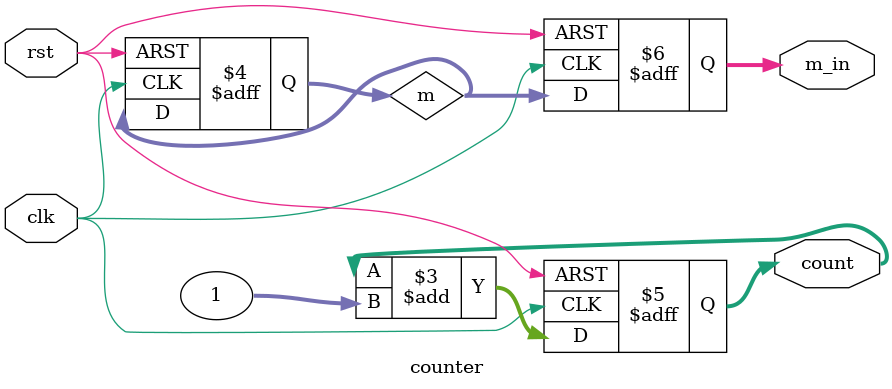
<source format=v>
module counter (
    clk, rst, count, m_in
);
    integer m;
    input clk, rst;
    output reg [31:0] count;
    output reg [31:0] m_in;
    
    always @(posedge clk or posedge rst) begin
        if (rst) 
            begin
                count = 32'b0;
                m <= 0;
                m_in <= 0;
            end
        else 
            begin
                m <= +m;
                m_in <= m;
                count = count + 1;
            end
    end
endmodule
</source>
